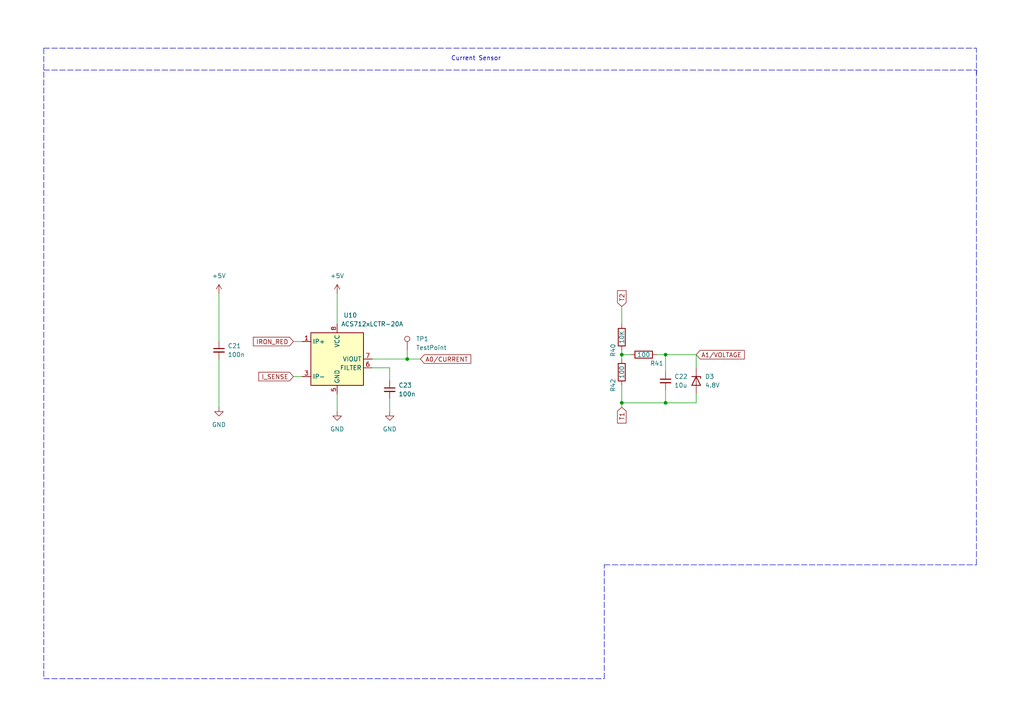
<source format=kicad_sch>
(kicad_sch (version 20210621) (generator eeschema)
  (paper "A4")
  (lib_symbols
    (symbol "Connector:TestPoint" (pin_numbers hide) (pin_names (offset 0.762) hide)
      (property "Reference" "TP" (at 0 6.858 0))
      (property "Value" "TestPoint" (at 0 5.08 0))
      (symbol "TestPoint_0_1"
        (circle (center 0 3.302) (radius 0.762))
      )
      (symbol "TestPoint_1_1"
        (pin passive line (at 0 0 90) (length 2.54) (name "1") (number "1"))
      )
    )
    (symbol "Device:C_Small" (pin_numbers hide) (pin_names (offset 0.254) hide)
      (property "Reference" "C" (at 0.254 1.778 0))
      (property "Value" "C_Small" (at 0.254 -2.032 0))
      (symbol "C_Small_0_1"
        (polyline (pts (xy -1.524 -0.508) (xy 1.524 -0.508)) (stroke (width 0.3302)))
        (polyline (pts (xy -1.524 0.508) (xy 1.524 0.508)) (stroke (width 0.3048)))
      )
      (symbol "C_Small_1_1"
        (pin passive line (at 0 2.54 270) (length 2.032) (name "~") (number "1"))
        (pin passive line (at 0 -2.54 90) (length 2.032) (name "~") (number "2"))
      )
    )
    (symbol "Device:R" (pin_numbers hide) (pin_names (offset 0))
      (property "Reference" "R" (at 2.032 0 90))
      (property "Value" "R" (at 0 0 90))
      (symbol "R_0_1"
        (rectangle (start -1.016 -2.54) (end 1.016 2.54) (stroke (width 0.254)))
      )
      (symbol "R_1_1"
        (pin passive line (at 0 3.81 270) (length 1.27) (name "~") (number "1"))
        (pin passive line (at 0 -3.81 90) (length 1.27) (name "~") (number "2"))
      )
    )
    (symbol "Diode:ZPDxx" (pin_numbers hide) (pin_names (offset 1.016) hide)
      (property "Reference" "D" (at 0 2.54 0))
      (property "Value" "ZPDxx" (at 0 -2.54 0))
      (symbol "ZPDxx_0_1"
        (polyline (pts (xy 1.27 0) (xy -1.27 0)))
        (polyline (pts (xy -1.27 -1.27) (xy -1.27 1.27) (xy -0.762 1.27)) (stroke (width 0.254)))
        (polyline (pts (xy 1.27 -1.27) (xy 1.27 1.27) (xy -1.27 0) (xy 1.27 -1.27)) (stroke (width 0.254)))
      )
      (symbol "ZPDxx_1_1"
        (pin passive line (at -3.81 0 0) (length 2.54) (name "K") (number "1"))
        (pin passive line (at 3.81 0 180) (length 2.54) (name "A") (number "2"))
      )
    )
    (symbol "Sensor_Current:ACS712xLCTR-20A"
      (property "Reference" "U" (at 2.54 11.43 0))
      (property "Value" "ACS712xLCTR-20A" (at 2.54 8.89 0))
      (symbol "ACS712xLCTR-20A_0_1"
        (rectangle (start -7.62 7.62) (end 7.62 -7.62) (stroke (width 0.254)) (fill (type background)))
      )
      (symbol "ACS712xLCTR-20A_1_1"
        (pin passive line (at -10.16 5.08 0) (length 2.54) (name "IP+") (number "1"))
        (pin passive line (at -10.16 5.08 0) (length 2.54) hide (name "IP+") (number "2"))
        (pin passive line (at -10.16 -5.08 0) (length 2.54) (name "IP-") (number "3"))
        (pin passive line (at -10.16 -5.08 0) (length 2.54) hide (name "IP-") (number "4"))
        (pin power_in line (at 0 -10.16 90) (length 2.54) (name "GND") (number "5"))
        (pin passive line (at 10.16 -2.54 180) (length 2.54) (name "FILTER") (number "6"))
        (pin output line (at 10.16 0 180) (length 2.54) (name "VIOUT") (number "7"))
        (pin power_in line (at 0 10.16 270) (length 2.54) (name "VCC") (number "8"))
      )
    )
    (symbol "power:+5V" (power) (pin_names (offset 0))
      (property "Value" "+5V" (at 0 3.556 0))
      (symbol "+5V_0_1"
        (polyline (pts (xy -0.762 1.27) (xy 0 2.54)))
        (polyline (pts (xy 0 0) (xy 0 2.54)))
        (polyline (pts (xy 0 2.54) (xy 0.762 1.27)))
      )
      (symbol "+5V_1_1"
        (pin power_in line (at 0 0 90) (length 0) hide (name "+5V") (number "1"))
      )
    )
    (symbol "power:GND" (power) (pin_names (offset 0))
      (property "Value" "GND" (at 0 -3.81 0))
      (symbol "GND_0_1"
        (polyline (pts (xy 0 0) (xy 0 -1.27) (xy 1.27 -1.27) (xy 0 -2.54) (xy -1.27 -1.27) (xy 0 -1.27)))
      )
      (symbol "GND_1_1"
        (pin power_in line (at 0 0 270) (length 0) hide (name "GND") (number "1"))
      )
    )
  )
  (junction (at 180.34 102.87))
  (junction (at 118.11 104.14))
  (junction (at 180.34 116.84))
  (junction (at 193.04 102.87))
  (junction (at 193.04 116.84))
  (polyline (pts (xy 12.7 20.32) (xy 283.21 20.32)))
  (polyline (pts (xy 283.21 20.32) (xy 283.21 21.59)))
  (wire (pts (xy 193.04 102.87) (xy 193.04 107.95)))
  (wire (pts (xy 97.79 119.38) (xy 97.79 114.3)))
  (wire (pts (xy 180.34 102.87) (xy 182.88 102.87)))
  (wire (pts (xy 180.34 88.9) (xy 180.34 93.98)))
  (wire (pts (xy 118.11 104.14) (xy 107.95 104.14)))
  (wire (pts (xy 121.92 104.14) (xy 118.11 104.14)))
  (wire (pts (xy 201.93 102.87) (xy 201.93 106.68)))
  (wire (pts (xy 113.03 115.57) (xy 113.03 119.38)))
  (wire (pts (xy 193.04 113.03) (xy 193.04 116.84)))
  (wire (pts (xy 63.5 85.09) (xy 63.5 99.06)))
  (wire (pts (xy 63.5 104.14) (xy 63.5 118.11)))
  (wire (pts (xy 113.03 106.68) (xy 107.95 106.68)))
  (wire (pts (xy 113.03 110.49) (xy 113.03 106.68)))
  (polyline (pts (xy 12.7 13.97) (xy 283.21 13.97)))
  (polyline (pts (xy 12.7 196.85) (xy 175.26 196.85)))
  (polyline (pts (xy 175.26 196.85) (xy 175.26 163.83)))
  (polyline (pts (xy 12.7 13.97) (xy 12.7 196.85)))
  (polyline (pts (xy 175.26 163.83) (xy 283.21 163.83)))
  (polyline (pts (xy 283.21 163.83) (xy 283.21 13.97)))
  (wire (pts (xy 85.09 99.06) (xy 87.63 99.06)))
  (wire (pts (xy 180.34 101.6) (xy 180.34 102.87)))
  (wire (pts (xy 180.34 102.87) (xy 180.34 104.14)))
  (wire (pts (xy 180.34 116.84) (xy 180.34 111.76)))
  (wire (pts (xy 180.34 118.11) (xy 180.34 116.84)))
  (wire (pts (xy 190.5 102.87) (xy 193.04 102.87)))
  (wire (pts (xy 193.04 102.87) (xy 201.93 102.87)))
  (wire (pts (xy 180.34 116.84) (xy 193.04 116.84)))
  (wire (pts (xy 193.04 116.84) (xy 201.93 116.84)))
  (wire (pts (xy 201.93 114.3) (xy 201.93 116.84)))
  (wire (pts (xy 118.11 101.6) (xy 118.11 104.14)))
  (wire (pts (xy 97.79 85.09) (xy 97.79 93.98)))
  (wire (pts (xy 85.09 109.22) (xy 87.63 109.22)))
  (text "Current Sensor" (at 130.81 17.78 0) (effects (font (size 1.27 1.27)) (justify left bottom)))
  (global_label "T2" (shape input) (at 180.34 88.9 90) (property "Intersheet References" "${INTERSHEET_REFS}" (effects hide)))
  (global_label "A0{slash}CURRENT" (shape input) (at 121.92 104.14 0) (property "Intersheet References" "${INTERSHEET_REFS}" (effects hide)))
  (global_label "IRON_RED" (shape input) (at 85.09 99.06 180) (property "Intersheet References" "${INTERSHEET_REFS}" (effects hide)))
  (global_label "T1" (shape input) (at 180.34 118.11 270) (property "Intersheet References" "${INTERSHEET_REFS}" (effects hide)))
  (global_label "A1{slash}VOLTAGE" (shape input) (at 201.93 102.87 0) (property "Intersheet References" "${INTERSHEET_REFS}" (effects hide)))
  (global_label "I_SENSE" (shape input) (at 85.09 109.22 180) (property "Intersheet References" "${INTERSHEET_REFS}" (effects hide)))
  (symbol (lib_id "Sensor_Current:ACS712xLCTR-20A") (at 97.79 104.14 0) (unit 1)
    (property "Reference" "U10" (at 101.6 91.44 0))
    (property "Value" "ACS712xLCTR-20A" (at 107.95 93.98 0))
    (property "Footprint" "Package_SO:SOIC-8_3.9x4.9mm_P1.27mm" (effects hide))
    (property "Datasheet" "http://www.allegromicro.com/~/media/Files/Datasheets/ACS712-Datasheet.ashx?la=en" (effects hide))
  )
  (symbol (lib_id "power:GND") (at 63.5 118.11 0) (unit 1)
    (property "Reference" "#PWR093" (effects hide))
    (property "Value" "GND" (at 63.5 123.19 0))
  )
  (symbol (lib_id "power:+5V") (at 63.5 85.09 0) (unit 1)
    (property "Reference" "#PWR091" (effects hide))
    (property "Value" "+5V" (at 63.5 80.01 0))
  )
  (symbol (lib_id "power:+5V") (at 97.79 85.09 0) (unit 1)
    (property "Reference" "#PWR092" (effects hide))
    (property "Value" "+5V" (at 97.79 80.01 0))
  )
  (symbol (lib_id "Device:R") (at 186.69 102.87 270) (unit 1)
    (property "Reference" "R41" (at 190.5 105.41 90))
    (property "Value" "100" (at 186.69 102.87 90))
    (property "Footprint" "Resistor_SMD:R_0805_2012Metric" (effects hide))
  )
  (symbol (lib_id "Device:C_Small") (at 193.04 110.49 0) (unit 1)
    (property "Reference" "C22" (at 195.58 109.2199 0) (effects (justify left)))
    (property "Value" "10u" (at 195.58 111.7599 0) (effects (justify left)))
    (property "Footprint" "Capacitor_SMD:C_0805_2012Metric" (effects hide))
  )
  (symbol (lib_id "Device:C_Small") (at 63.5 101.6 0) (unit 1)
    (property "Reference" "C21" (at 66.04 100.3299 0) (effects (justify left)))
    (property "Value" "100n" (at 66.04 102.8699 0) (effects (justify left)))
    (property "Footprint" "Capacitor_SMD:C_0805_2012Metric" (effects hide))
  )
  (symbol (lib_id "power:GND") (at 97.79 119.38 0) (unit 1)
    (property "Reference" "#PWR094" (effects hide))
    (property "Value" "GND" (at 97.79 124.46 0))
  )
  (symbol (lib_id "power:GND") (at 113.03 119.38 0) (unit 1)
    (property "Reference" "#PWR095" (effects hide))
    (property "Value" "GND" (at 113.03 124.46 0))
  )
  (symbol (lib_id "Device:C_Small") (at 113.03 113.03 0) (unit 1)
    (property "Reference" "C23" (at 115.57 111.7599 0) (effects (justify left)))
    (property "Value" "100n" (at 115.57 114.2999 0) (effects (justify left)))
    (property "Footprint" "Capacitor_SMD:C_0805_2012Metric" (effects hide))
  )
  (symbol (lib_id "Connector:TestPoint") (at 118.11 101.6 0) (unit 1)
    (property "Reference" "TP1" (at 120.65 98.2979 0) (effects (justify left)))
    (property "Value" "TestPoint" (at 120.65 100.8379 0) (effects (justify left)))
    (property "Footprint" "TestPoint:TestPoint_Pad_2.5x2.5mm" (effects hide))
  )
  (symbol (lib_id "Device:R") (at 180.34 97.79 180) (unit 1)
    (property "Reference" "R40" (at 177.8 101.6 90))
    (property "Value" "10K" (at 180.34 97.79 90))
    (property "Footprint" "Resistor_SMD:R_0805_2012Metric" (effects hide))
  )
  (symbol (lib_id "Device:R") (at 180.34 107.95 180) (unit 1)
    (property "Reference" "R42" (at 177.8 111.76 90))
    (property "Value" "100" (at 180.34 107.95 90))
    (property "Footprint" "Resistor_SMD:R_0805_2012Metric" (effects hide))
  )
  (symbol (lib_id "Diode:ZPDxx") (at 201.93 110.49 270) (unit 1)
    (property "Reference" "D3" (at 204.47 109.2199 90) (effects (justify left)))
    (property "Value" "4.8V" (at 204.47 111.7599 90) (effects (justify left)))
    (property "Footprint" "Diode_THT:D_DO-35_SOD27_P10.16mm_Horizontal" (effects hide))
    (property "Datasheet" "http://diotec.com/tl_files/diotec/files/pdf/datasheets/zpd1" (effects hide))
  )
)
</source>
